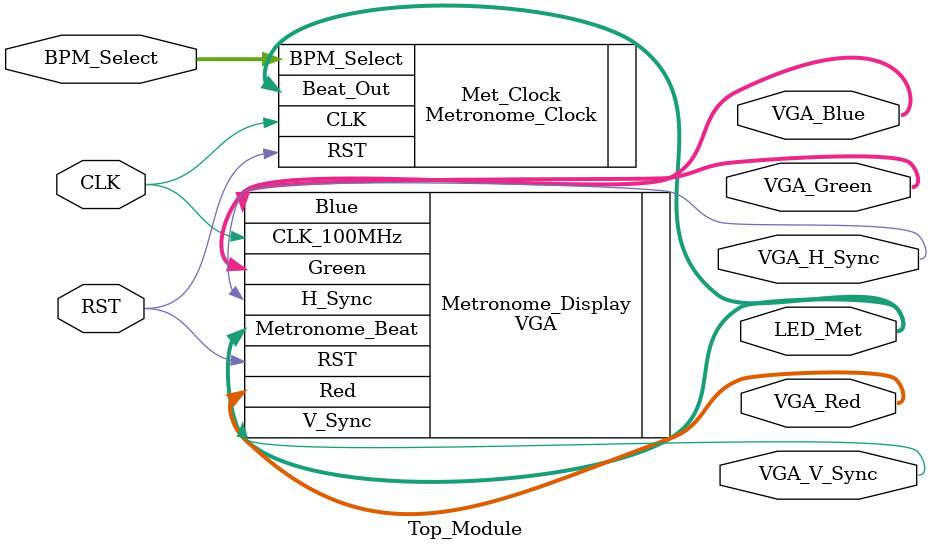
<source format=v>
`timescale 1ns / 1ps


module Top_Module
    (
    input CLK, RST,
    input [3:0] BPM_Select,
    output VGA_H_Sync, VGA_V_Sync,
    output [3:0] LED_Met, VGA_Red, VGA_Green, VGA_Blue
    );
    
    // Instantuate Metronome Clock module to compute BPM, generate Beat number, and Beat signal for other modules
    Metronome_Clock Met_Clock(.CLK(CLK),.RST(RST),.BPM_Select(BPM_Select),.Beat_Out(LED_Met));
    
    // Display Image module to translate metronome singal into image for display
    VGA Metronome_Display(.CLK_100MHz(CLK),.RST(RST),.Metronome_Beat(LED_Met),.H_Sync(VGA_H_Sync),.V_Sync(VGA_V_Sync),.Red(VGA_Red),.Green(VGA_Green),
    .Blue(VGA_Blue));
    
endmodule

</source>
